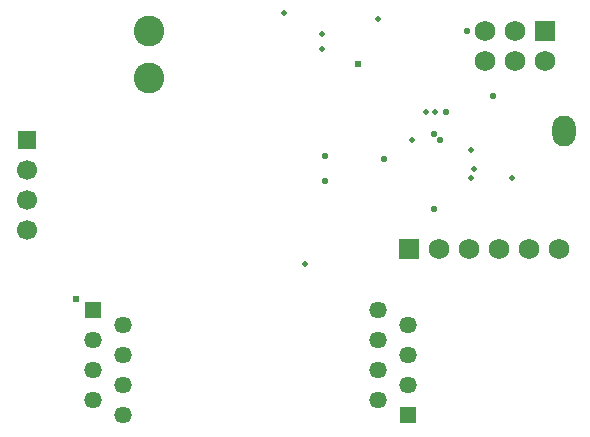
<source format=gbs>
%FSLAX33Y33*%
%MOMM*%
%AMRect-W1400000-H1400000-RO1.000*
21,1,1.4,1.4,0.,0.,180*%
%AMRect-W1650000-H1650000-RO0.500*
21,1,1.65,1.65,0.,0.,270*%
%AMRR-H2600000-W2000000-R1000000-RO0.000*
21,1,2.,0.6,0.,0.,360*
1,1,2.,0.,0.3*
1,1,2.,0.,0.3*
1,1,2.,0.,-0.3*
1,1,2.,-0.,-0.3*%
%AMRect-W1650000-H1650000-RO1.500*
21,1,1.65,1.65,0.,0.,90*%
%AMRect-W1600000-H1600000-RO1.500*
21,1,1.6,1.6,0.,0.,90*%
%ADD10C,0.5588*%
%ADD11C,0.508*%
%ADD12C,0.6096*%
%ADD13C,1.46*%
%ADD14Rect-W1400000-H1400000-RO1.000*%
%ADD15C,1.75*%
%ADD16Rect-W1650000-H1650000-RO0.500*%
%ADD17RR-H2600000-W2000000-R1000000-RO0.000*%
%ADD18R,1.4X1.4*%
%ADD19C,1.46*%
%ADD20C,1.75*%
%ADD21Rect-W1650000-H1650000-RO1.500*%
%ADD22C,1.7*%
%ADD23Rect-W1600000-H1600000-RO1.500*%
%ADD24C,2.6*%
D10*
%LNbottom solder mask_traces*%
G01*
X48400Y30766D03*
D11*
X33900Y34739D03*
X32450Y16510D03*
X41517Y26990D03*
X46567Y26190D03*
X46567Y23790D03*
D10*
X34150Y23512D03*
X39150Y25390D03*
D12*
X37000Y33469D03*
D10*
X34150Y25673D03*
D11*
X50035Y23790D03*
D10*
X43367Y27540D03*
X43917Y26990D03*
D11*
X38620Y37279D03*
D10*
X43367Y21200D03*
X46200Y36270D03*
D11*
X30659Y37750D03*
X43504Y29390D03*
X33900Y36009D03*
X46817Y24590D03*
X42717Y29390D03*
D12*
X13100Y13500D03*
D10*
X44417Y29390D03*
%LNbottom solder mask component e927e838d71b22e8*%
D13*
X41220Y6270D03*
X41220Y8810D03*
X41220Y11350D03*
X38680Y5000D03*
X38680Y7540D03*
X38680Y10080D03*
X38680Y12620D03*
D14*
X41220Y3730D03*
%LNbottom solder mask component 76321958aac1b876*%
D15*
X50290Y36270D03*
X47750Y36270D03*
X52830Y33730D03*
X50290Y33730D03*
X47750Y33730D03*
D16*
X52830Y36270D03*
%LNbottom solder mask component 2467ff9ea4507952*%
D17*
X54366Y27805D03*
%LNbottom solder mask component 4fb6784ca3f5679d*%
D18*
X14520Y12645D03*
D19*
X14520Y10105D03*
X14520Y7565D03*
X14520Y5025D03*
X17060Y11375D03*
X17060Y8835D03*
X17060Y6295D03*
X17060Y3755D03*
%LNbottom solder mask component 1f4c9ea0bcf20234*%
D20*
X51430Y17800D03*
X43810Y17800D03*
X53970Y17800D03*
X46350Y17800D03*
X48890Y17800D03*
D21*
X41270Y17800D03*
%LNbottom solder mask component a835164194719c3b*%
D22*
X8970Y19357D03*
X8970Y21897D03*
X8970Y24437D03*
D23*
X8970Y26977D03*
%LNbottom solder mask component b02ef983d8c66af1*%
D24*
X19290Y32270D03*
X19290Y36230D03*
M02*
</source>
